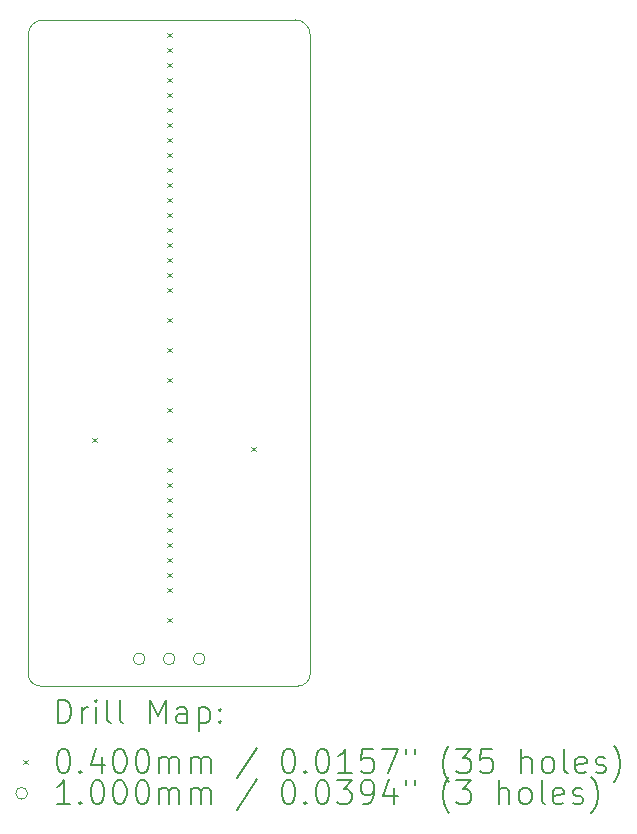
<source format=gbr>
%FSLAX45Y45*%
G04 Gerber Fmt 4.5, Leading zero omitted, Abs format (unit mm)*
G04 Created by KiCad (PCBNEW (6.0.4-0)) date 2022-11-11 17:00:13*
%MOMM*%
%LPD*%
G01*
G04 APERTURE LIST*
%TA.AperFunction,Profile*%
%ADD10C,0.100000*%
%TD*%
%ADD11C,0.200000*%
%ADD12C,0.040000*%
%ADD13C,0.100000*%
G04 APERTURE END LIST*
D10*
X16687800Y-11379200D02*
X16687800Y-5969000D01*
X16560800Y-5842000D02*
X14427200Y-5842000D01*
X14401800Y-11480800D02*
X16586200Y-11480800D01*
X14300200Y-11379200D02*
G75*
G03*
X14401800Y-11480800I101600J0D01*
G01*
X16586200Y-11480800D02*
G75*
G03*
X16687800Y-11379200I0J101600D01*
G01*
X16687800Y-5969000D02*
G75*
G03*
X16560800Y-5842000I-127000J0D01*
G01*
X14427200Y-5842000D02*
G75*
G03*
X14300200Y-5969000I0J-127000D01*
G01*
X14300200Y-5969000D02*
X14300200Y-11379200D01*
D11*
D12*
X14839000Y-9378000D02*
X14879000Y-9418000D01*
X14879000Y-9378000D02*
X14839000Y-9418000D01*
X15474000Y-5949000D02*
X15514000Y-5989000D01*
X15514000Y-5949000D02*
X15474000Y-5989000D01*
X15474000Y-6076000D02*
X15514000Y-6116000D01*
X15514000Y-6076000D02*
X15474000Y-6116000D01*
X15474000Y-6203000D02*
X15514000Y-6243000D01*
X15514000Y-6203000D02*
X15474000Y-6243000D01*
X15474000Y-6330000D02*
X15514000Y-6370000D01*
X15514000Y-6330000D02*
X15474000Y-6370000D01*
X15474000Y-6457000D02*
X15514000Y-6497000D01*
X15514000Y-6457000D02*
X15474000Y-6497000D01*
X15474000Y-6584000D02*
X15514000Y-6624000D01*
X15514000Y-6584000D02*
X15474000Y-6624000D01*
X15474000Y-6711000D02*
X15514000Y-6751000D01*
X15514000Y-6711000D02*
X15474000Y-6751000D01*
X15474000Y-6838000D02*
X15514000Y-6878000D01*
X15514000Y-6838000D02*
X15474000Y-6878000D01*
X15474000Y-6965000D02*
X15514000Y-7005000D01*
X15514000Y-6965000D02*
X15474000Y-7005000D01*
X15474000Y-7092000D02*
X15514000Y-7132000D01*
X15514000Y-7092000D02*
X15474000Y-7132000D01*
X15474000Y-7219000D02*
X15514000Y-7259000D01*
X15514000Y-7219000D02*
X15474000Y-7259000D01*
X15474000Y-7346000D02*
X15514000Y-7386000D01*
X15514000Y-7346000D02*
X15474000Y-7386000D01*
X15474000Y-7473000D02*
X15514000Y-7513000D01*
X15514000Y-7473000D02*
X15474000Y-7513000D01*
X15474000Y-7600000D02*
X15514000Y-7640000D01*
X15514000Y-7600000D02*
X15474000Y-7640000D01*
X15474000Y-7727000D02*
X15514000Y-7767000D01*
X15514000Y-7727000D02*
X15474000Y-7767000D01*
X15474000Y-7854000D02*
X15514000Y-7894000D01*
X15514000Y-7854000D02*
X15474000Y-7894000D01*
X15474000Y-7981000D02*
X15514000Y-8021000D01*
X15514000Y-7981000D02*
X15474000Y-8021000D01*
X15474000Y-8108000D02*
X15514000Y-8148000D01*
X15514000Y-8108000D02*
X15474000Y-8148000D01*
X15474000Y-8362000D02*
X15514000Y-8402000D01*
X15514000Y-8362000D02*
X15474000Y-8402000D01*
X15474000Y-8616000D02*
X15514000Y-8656000D01*
X15514000Y-8616000D02*
X15474000Y-8656000D01*
X15474000Y-8870000D02*
X15514000Y-8910000D01*
X15514000Y-8870000D02*
X15474000Y-8910000D01*
X15474000Y-9124000D02*
X15514000Y-9164000D01*
X15514000Y-9124000D02*
X15474000Y-9164000D01*
X15474000Y-9378000D02*
X15514000Y-9418000D01*
X15514000Y-9378000D02*
X15474000Y-9418000D01*
X15474000Y-9632000D02*
X15514000Y-9672000D01*
X15514000Y-9632000D02*
X15474000Y-9672000D01*
X15474000Y-9759000D02*
X15514000Y-9799000D01*
X15514000Y-9759000D02*
X15474000Y-9799000D01*
X15474000Y-9886000D02*
X15514000Y-9926000D01*
X15514000Y-9886000D02*
X15474000Y-9926000D01*
X15474000Y-10013000D02*
X15514000Y-10053000D01*
X15514000Y-10013000D02*
X15474000Y-10053000D01*
X15474000Y-10140000D02*
X15514000Y-10180000D01*
X15514000Y-10140000D02*
X15474000Y-10180000D01*
X15474000Y-10267000D02*
X15514000Y-10307000D01*
X15514000Y-10267000D02*
X15474000Y-10307000D01*
X15474000Y-10394000D02*
X15514000Y-10434000D01*
X15514000Y-10394000D02*
X15474000Y-10434000D01*
X15474000Y-10521000D02*
X15514000Y-10561000D01*
X15514000Y-10521000D02*
X15474000Y-10561000D01*
X15474000Y-10648000D02*
X15514000Y-10688000D01*
X15514000Y-10648000D02*
X15474000Y-10688000D01*
X15474000Y-10902000D02*
X15514000Y-10942000D01*
X15514000Y-10902000D02*
X15474000Y-10942000D01*
X16185200Y-9454200D02*
X16225200Y-9494200D01*
X16225200Y-9454200D02*
X16185200Y-9494200D01*
D13*
X15290000Y-11252200D02*
G75*
G03*
X15290000Y-11252200I-50000J0D01*
G01*
X15544000Y-11252200D02*
G75*
G03*
X15544000Y-11252200I-50000J0D01*
G01*
X15798000Y-11252200D02*
G75*
G03*
X15798000Y-11252200I-50000J0D01*
G01*
D11*
X14552819Y-11796276D02*
X14552819Y-11596276D01*
X14600438Y-11596276D01*
X14629009Y-11605800D01*
X14648057Y-11624848D01*
X14657581Y-11643895D01*
X14667105Y-11681990D01*
X14667105Y-11710562D01*
X14657581Y-11748657D01*
X14648057Y-11767705D01*
X14629009Y-11786752D01*
X14600438Y-11796276D01*
X14552819Y-11796276D01*
X14752819Y-11796276D02*
X14752819Y-11662943D01*
X14752819Y-11701038D02*
X14762343Y-11681990D01*
X14771867Y-11672467D01*
X14790914Y-11662943D01*
X14809962Y-11662943D01*
X14876628Y-11796276D02*
X14876628Y-11662943D01*
X14876628Y-11596276D02*
X14867105Y-11605800D01*
X14876628Y-11615324D01*
X14886152Y-11605800D01*
X14876628Y-11596276D01*
X14876628Y-11615324D01*
X15000438Y-11796276D02*
X14981390Y-11786752D01*
X14971867Y-11767705D01*
X14971867Y-11596276D01*
X15105200Y-11796276D02*
X15086152Y-11786752D01*
X15076628Y-11767705D01*
X15076628Y-11596276D01*
X15333771Y-11796276D02*
X15333771Y-11596276D01*
X15400438Y-11739133D01*
X15467105Y-11596276D01*
X15467105Y-11796276D01*
X15648057Y-11796276D02*
X15648057Y-11691514D01*
X15638533Y-11672467D01*
X15619486Y-11662943D01*
X15581390Y-11662943D01*
X15562343Y-11672467D01*
X15648057Y-11786752D02*
X15629009Y-11796276D01*
X15581390Y-11796276D01*
X15562343Y-11786752D01*
X15552819Y-11767705D01*
X15552819Y-11748657D01*
X15562343Y-11729609D01*
X15581390Y-11720086D01*
X15629009Y-11720086D01*
X15648057Y-11710562D01*
X15743295Y-11662943D02*
X15743295Y-11862943D01*
X15743295Y-11672467D02*
X15762343Y-11662943D01*
X15800438Y-11662943D01*
X15819486Y-11672467D01*
X15829009Y-11681990D01*
X15838533Y-11701038D01*
X15838533Y-11758181D01*
X15829009Y-11777228D01*
X15819486Y-11786752D01*
X15800438Y-11796276D01*
X15762343Y-11796276D01*
X15743295Y-11786752D01*
X15924248Y-11777228D02*
X15933771Y-11786752D01*
X15924248Y-11796276D01*
X15914724Y-11786752D01*
X15924248Y-11777228D01*
X15924248Y-11796276D01*
X15924248Y-11672467D02*
X15933771Y-11681990D01*
X15924248Y-11691514D01*
X15914724Y-11681990D01*
X15924248Y-11672467D01*
X15924248Y-11691514D01*
D12*
X14255200Y-12105800D02*
X14295200Y-12145800D01*
X14295200Y-12105800D02*
X14255200Y-12145800D01*
D11*
X14590914Y-12016276D02*
X14609962Y-12016276D01*
X14629009Y-12025800D01*
X14638533Y-12035324D01*
X14648057Y-12054371D01*
X14657581Y-12092467D01*
X14657581Y-12140086D01*
X14648057Y-12178181D01*
X14638533Y-12197228D01*
X14629009Y-12206752D01*
X14609962Y-12216276D01*
X14590914Y-12216276D01*
X14571867Y-12206752D01*
X14562343Y-12197228D01*
X14552819Y-12178181D01*
X14543295Y-12140086D01*
X14543295Y-12092467D01*
X14552819Y-12054371D01*
X14562343Y-12035324D01*
X14571867Y-12025800D01*
X14590914Y-12016276D01*
X14743295Y-12197228D02*
X14752819Y-12206752D01*
X14743295Y-12216276D01*
X14733771Y-12206752D01*
X14743295Y-12197228D01*
X14743295Y-12216276D01*
X14924248Y-12082943D02*
X14924248Y-12216276D01*
X14876628Y-12006752D02*
X14829009Y-12149609D01*
X14952819Y-12149609D01*
X15067105Y-12016276D02*
X15086152Y-12016276D01*
X15105200Y-12025800D01*
X15114724Y-12035324D01*
X15124248Y-12054371D01*
X15133771Y-12092467D01*
X15133771Y-12140086D01*
X15124248Y-12178181D01*
X15114724Y-12197228D01*
X15105200Y-12206752D01*
X15086152Y-12216276D01*
X15067105Y-12216276D01*
X15048057Y-12206752D01*
X15038533Y-12197228D01*
X15029009Y-12178181D01*
X15019486Y-12140086D01*
X15019486Y-12092467D01*
X15029009Y-12054371D01*
X15038533Y-12035324D01*
X15048057Y-12025800D01*
X15067105Y-12016276D01*
X15257581Y-12016276D02*
X15276628Y-12016276D01*
X15295676Y-12025800D01*
X15305200Y-12035324D01*
X15314724Y-12054371D01*
X15324248Y-12092467D01*
X15324248Y-12140086D01*
X15314724Y-12178181D01*
X15305200Y-12197228D01*
X15295676Y-12206752D01*
X15276628Y-12216276D01*
X15257581Y-12216276D01*
X15238533Y-12206752D01*
X15229009Y-12197228D01*
X15219486Y-12178181D01*
X15209962Y-12140086D01*
X15209962Y-12092467D01*
X15219486Y-12054371D01*
X15229009Y-12035324D01*
X15238533Y-12025800D01*
X15257581Y-12016276D01*
X15409962Y-12216276D02*
X15409962Y-12082943D01*
X15409962Y-12101990D02*
X15419486Y-12092467D01*
X15438533Y-12082943D01*
X15467105Y-12082943D01*
X15486152Y-12092467D01*
X15495676Y-12111514D01*
X15495676Y-12216276D01*
X15495676Y-12111514D02*
X15505200Y-12092467D01*
X15524248Y-12082943D01*
X15552819Y-12082943D01*
X15571867Y-12092467D01*
X15581390Y-12111514D01*
X15581390Y-12216276D01*
X15676628Y-12216276D02*
X15676628Y-12082943D01*
X15676628Y-12101990D02*
X15686152Y-12092467D01*
X15705200Y-12082943D01*
X15733771Y-12082943D01*
X15752819Y-12092467D01*
X15762343Y-12111514D01*
X15762343Y-12216276D01*
X15762343Y-12111514D02*
X15771867Y-12092467D01*
X15790914Y-12082943D01*
X15819486Y-12082943D01*
X15838533Y-12092467D01*
X15848057Y-12111514D01*
X15848057Y-12216276D01*
X16238533Y-12006752D02*
X16067105Y-12263895D01*
X16495676Y-12016276D02*
X16514724Y-12016276D01*
X16533771Y-12025800D01*
X16543295Y-12035324D01*
X16552819Y-12054371D01*
X16562343Y-12092467D01*
X16562343Y-12140086D01*
X16552819Y-12178181D01*
X16543295Y-12197228D01*
X16533771Y-12206752D01*
X16514724Y-12216276D01*
X16495676Y-12216276D01*
X16476628Y-12206752D01*
X16467105Y-12197228D01*
X16457581Y-12178181D01*
X16448057Y-12140086D01*
X16448057Y-12092467D01*
X16457581Y-12054371D01*
X16467105Y-12035324D01*
X16476628Y-12025800D01*
X16495676Y-12016276D01*
X16648057Y-12197228D02*
X16657581Y-12206752D01*
X16648057Y-12216276D01*
X16638533Y-12206752D01*
X16648057Y-12197228D01*
X16648057Y-12216276D01*
X16781390Y-12016276D02*
X16800438Y-12016276D01*
X16819486Y-12025800D01*
X16829010Y-12035324D01*
X16838533Y-12054371D01*
X16848057Y-12092467D01*
X16848057Y-12140086D01*
X16838533Y-12178181D01*
X16829010Y-12197228D01*
X16819486Y-12206752D01*
X16800438Y-12216276D01*
X16781390Y-12216276D01*
X16762343Y-12206752D01*
X16752819Y-12197228D01*
X16743295Y-12178181D01*
X16733771Y-12140086D01*
X16733771Y-12092467D01*
X16743295Y-12054371D01*
X16752819Y-12035324D01*
X16762343Y-12025800D01*
X16781390Y-12016276D01*
X17038533Y-12216276D02*
X16924248Y-12216276D01*
X16981390Y-12216276D02*
X16981390Y-12016276D01*
X16962343Y-12044848D01*
X16943295Y-12063895D01*
X16924248Y-12073419D01*
X17219486Y-12016276D02*
X17124248Y-12016276D01*
X17114724Y-12111514D01*
X17124248Y-12101990D01*
X17143295Y-12092467D01*
X17190914Y-12092467D01*
X17209962Y-12101990D01*
X17219486Y-12111514D01*
X17229010Y-12130562D01*
X17229010Y-12178181D01*
X17219486Y-12197228D01*
X17209962Y-12206752D01*
X17190914Y-12216276D01*
X17143295Y-12216276D01*
X17124248Y-12206752D01*
X17114724Y-12197228D01*
X17295676Y-12016276D02*
X17429010Y-12016276D01*
X17343295Y-12216276D01*
X17495676Y-12016276D02*
X17495676Y-12054371D01*
X17571867Y-12016276D02*
X17571867Y-12054371D01*
X17867105Y-12292467D02*
X17857581Y-12282943D01*
X17838533Y-12254371D01*
X17829010Y-12235324D01*
X17819486Y-12206752D01*
X17809962Y-12159133D01*
X17809962Y-12121038D01*
X17819486Y-12073419D01*
X17829010Y-12044848D01*
X17838533Y-12025800D01*
X17857581Y-11997228D01*
X17867105Y-11987705D01*
X17924248Y-12016276D02*
X18048057Y-12016276D01*
X17981390Y-12092467D01*
X18009962Y-12092467D01*
X18029010Y-12101990D01*
X18038533Y-12111514D01*
X18048057Y-12130562D01*
X18048057Y-12178181D01*
X18038533Y-12197228D01*
X18029010Y-12206752D01*
X18009962Y-12216276D01*
X17952819Y-12216276D01*
X17933771Y-12206752D01*
X17924248Y-12197228D01*
X18229010Y-12016276D02*
X18133771Y-12016276D01*
X18124248Y-12111514D01*
X18133771Y-12101990D01*
X18152819Y-12092467D01*
X18200438Y-12092467D01*
X18219486Y-12101990D01*
X18229010Y-12111514D01*
X18238533Y-12130562D01*
X18238533Y-12178181D01*
X18229010Y-12197228D01*
X18219486Y-12206752D01*
X18200438Y-12216276D01*
X18152819Y-12216276D01*
X18133771Y-12206752D01*
X18124248Y-12197228D01*
X18476629Y-12216276D02*
X18476629Y-12016276D01*
X18562343Y-12216276D02*
X18562343Y-12111514D01*
X18552819Y-12092467D01*
X18533771Y-12082943D01*
X18505200Y-12082943D01*
X18486152Y-12092467D01*
X18476629Y-12101990D01*
X18686152Y-12216276D02*
X18667105Y-12206752D01*
X18657581Y-12197228D01*
X18648057Y-12178181D01*
X18648057Y-12121038D01*
X18657581Y-12101990D01*
X18667105Y-12092467D01*
X18686152Y-12082943D01*
X18714724Y-12082943D01*
X18733771Y-12092467D01*
X18743295Y-12101990D01*
X18752819Y-12121038D01*
X18752819Y-12178181D01*
X18743295Y-12197228D01*
X18733771Y-12206752D01*
X18714724Y-12216276D01*
X18686152Y-12216276D01*
X18867105Y-12216276D02*
X18848057Y-12206752D01*
X18838533Y-12187705D01*
X18838533Y-12016276D01*
X19019486Y-12206752D02*
X19000438Y-12216276D01*
X18962343Y-12216276D01*
X18943295Y-12206752D01*
X18933771Y-12187705D01*
X18933771Y-12111514D01*
X18943295Y-12092467D01*
X18962343Y-12082943D01*
X19000438Y-12082943D01*
X19019486Y-12092467D01*
X19029010Y-12111514D01*
X19029010Y-12130562D01*
X18933771Y-12149609D01*
X19105200Y-12206752D02*
X19124248Y-12216276D01*
X19162343Y-12216276D01*
X19181390Y-12206752D01*
X19190914Y-12187705D01*
X19190914Y-12178181D01*
X19181390Y-12159133D01*
X19162343Y-12149609D01*
X19133771Y-12149609D01*
X19114724Y-12140086D01*
X19105200Y-12121038D01*
X19105200Y-12111514D01*
X19114724Y-12092467D01*
X19133771Y-12082943D01*
X19162343Y-12082943D01*
X19181390Y-12092467D01*
X19257581Y-12292467D02*
X19267105Y-12282943D01*
X19286152Y-12254371D01*
X19295676Y-12235324D01*
X19305200Y-12206752D01*
X19314724Y-12159133D01*
X19314724Y-12121038D01*
X19305200Y-12073419D01*
X19295676Y-12044848D01*
X19286152Y-12025800D01*
X19267105Y-11997228D01*
X19257581Y-11987705D01*
D13*
X14295200Y-12389800D02*
G75*
G03*
X14295200Y-12389800I-50000J0D01*
G01*
D11*
X14657581Y-12480276D02*
X14543295Y-12480276D01*
X14600438Y-12480276D02*
X14600438Y-12280276D01*
X14581390Y-12308848D01*
X14562343Y-12327895D01*
X14543295Y-12337419D01*
X14743295Y-12461228D02*
X14752819Y-12470752D01*
X14743295Y-12480276D01*
X14733771Y-12470752D01*
X14743295Y-12461228D01*
X14743295Y-12480276D01*
X14876628Y-12280276D02*
X14895676Y-12280276D01*
X14914724Y-12289800D01*
X14924248Y-12299324D01*
X14933771Y-12318371D01*
X14943295Y-12356467D01*
X14943295Y-12404086D01*
X14933771Y-12442181D01*
X14924248Y-12461228D01*
X14914724Y-12470752D01*
X14895676Y-12480276D01*
X14876628Y-12480276D01*
X14857581Y-12470752D01*
X14848057Y-12461228D01*
X14838533Y-12442181D01*
X14829009Y-12404086D01*
X14829009Y-12356467D01*
X14838533Y-12318371D01*
X14848057Y-12299324D01*
X14857581Y-12289800D01*
X14876628Y-12280276D01*
X15067105Y-12280276D02*
X15086152Y-12280276D01*
X15105200Y-12289800D01*
X15114724Y-12299324D01*
X15124248Y-12318371D01*
X15133771Y-12356467D01*
X15133771Y-12404086D01*
X15124248Y-12442181D01*
X15114724Y-12461228D01*
X15105200Y-12470752D01*
X15086152Y-12480276D01*
X15067105Y-12480276D01*
X15048057Y-12470752D01*
X15038533Y-12461228D01*
X15029009Y-12442181D01*
X15019486Y-12404086D01*
X15019486Y-12356467D01*
X15029009Y-12318371D01*
X15038533Y-12299324D01*
X15048057Y-12289800D01*
X15067105Y-12280276D01*
X15257581Y-12280276D02*
X15276628Y-12280276D01*
X15295676Y-12289800D01*
X15305200Y-12299324D01*
X15314724Y-12318371D01*
X15324248Y-12356467D01*
X15324248Y-12404086D01*
X15314724Y-12442181D01*
X15305200Y-12461228D01*
X15295676Y-12470752D01*
X15276628Y-12480276D01*
X15257581Y-12480276D01*
X15238533Y-12470752D01*
X15229009Y-12461228D01*
X15219486Y-12442181D01*
X15209962Y-12404086D01*
X15209962Y-12356467D01*
X15219486Y-12318371D01*
X15229009Y-12299324D01*
X15238533Y-12289800D01*
X15257581Y-12280276D01*
X15409962Y-12480276D02*
X15409962Y-12346943D01*
X15409962Y-12365990D02*
X15419486Y-12356467D01*
X15438533Y-12346943D01*
X15467105Y-12346943D01*
X15486152Y-12356467D01*
X15495676Y-12375514D01*
X15495676Y-12480276D01*
X15495676Y-12375514D02*
X15505200Y-12356467D01*
X15524248Y-12346943D01*
X15552819Y-12346943D01*
X15571867Y-12356467D01*
X15581390Y-12375514D01*
X15581390Y-12480276D01*
X15676628Y-12480276D02*
X15676628Y-12346943D01*
X15676628Y-12365990D02*
X15686152Y-12356467D01*
X15705200Y-12346943D01*
X15733771Y-12346943D01*
X15752819Y-12356467D01*
X15762343Y-12375514D01*
X15762343Y-12480276D01*
X15762343Y-12375514D02*
X15771867Y-12356467D01*
X15790914Y-12346943D01*
X15819486Y-12346943D01*
X15838533Y-12356467D01*
X15848057Y-12375514D01*
X15848057Y-12480276D01*
X16238533Y-12270752D02*
X16067105Y-12527895D01*
X16495676Y-12280276D02*
X16514724Y-12280276D01*
X16533771Y-12289800D01*
X16543295Y-12299324D01*
X16552819Y-12318371D01*
X16562343Y-12356467D01*
X16562343Y-12404086D01*
X16552819Y-12442181D01*
X16543295Y-12461228D01*
X16533771Y-12470752D01*
X16514724Y-12480276D01*
X16495676Y-12480276D01*
X16476628Y-12470752D01*
X16467105Y-12461228D01*
X16457581Y-12442181D01*
X16448057Y-12404086D01*
X16448057Y-12356467D01*
X16457581Y-12318371D01*
X16467105Y-12299324D01*
X16476628Y-12289800D01*
X16495676Y-12280276D01*
X16648057Y-12461228D02*
X16657581Y-12470752D01*
X16648057Y-12480276D01*
X16638533Y-12470752D01*
X16648057Y-12461228D01*
X16648057Y-12480276D01*
X16781390Y-12280276D02*
X16800438Y-12280276D01*
X16819486Y-12289800D01*
X16829010Y-12299324D01*
X16838533Y-12318371D01*
X16848057Y-12356467D01*
X16848057Y-12404086D01*
X16838533Y-12442181D01*
X16829010Y-12461228D01*
X16819486Y-12470752D01*
X16800438Y-12480276D01*
X16781390Y-12480276D01*
X16762343Y-12470752D01*
X16752819Y-12461228D01*
X16743295Y-12442181D01*
X16733771Y-12404086D01*
X16733771Y-12356467D01*
X16743295Y-12318371D01*
X16752819Y-12299324D01*
X16762343Y-12289800D01*
X16781390Y-12280276D01*
X16914724Y-12280276D02*
X17038533Y-12280276D01*
X16971867Y-12356467D01*
X17000438Y-12356467D01*
X17019486Y-12365990D01*
X17029010Y-12375514D01*
X17038533Y-12394562D01*
X17038533Y-12442181D01*
X17029010Y-12461228D01*
X17019486Y-12470752D01*
X17000438Y-12480276D01*
X16943295Y-12480276D01*
X16924248Y-12470752D01*
X16914724Y-12461228D01*
X17133771Y-12480276D02*
X17171867Y-12480276D01*
X17190914Y-12470752D01*
X17200438Y-12461228D01*
X17219486Y-12432657D01*
X17229010Y-12394562D01*
X17229010Y-12318371D01*
X17219486Y-12299324D01*
X17209962Y-12289800D01*
X17190914Y-12280276D01*
X17152819Y-12280276D01*
X17133771Y-12289800D01*
X17124248Y-12299324D01*
X17114724Y-12318371D01*
X17114724Y-12365990D01*
X17124248Y-12385038D01*
X17133771Y-12394562D01*
X17152819Y-12404086D01*
X17190914Y-12404086D01*
X17209962Y-12394562D01*
X17219486Y-12385038D01*
X17229010Y-12365990D01*
X17400438Y-12346943D02*
X17400438Y-12480276D01*
X17352819Y-12270752D02*
X17305200Y-12413609D01*
X17429010Y-12413609D01*
X17495676Y-12280276D02*
X17495676Y-12318371D01*
X17571867Y-12280276D02*
X17571867Y-12318371D01*
X17867105Y-12556467D02*
X17857581Y-12546943D01*
X17838533Y-12518371D01*
X17829010Y-12499324D01*
X17819486Y-12470752D01*
X17809962Y-12423133D01*
X17809962Y-12385038D01*
X17819486Y-12337419D01*
X17829010Y-12308848D01*
X17838533Y-12289800D01*
X17857581Y-12261228D01*
X17867105Y-12251705D01*
X17924248Y-12280276D02*
X18048057Y-12280276D01*
X17981390Y-12356467D01*
X18009962Y-12356467D01*
X18029010Y-12365990D01*
X18038533Y-12375514D01*
X18048057Y-12394562D01*
X18048057Y-12442181D01*
X18038533Y-12461228D01*
X18029010Y-12470752D01*
X18009962Y-12480276D01*
X17952819Y-12480276D01*
X17933771Y-12470752D01*
X17924248Y-12461228D01*
X18286152Y-12480276D02*
X18286152Y-12280276D01*
X18371867Y-12480276D02*
X18371867Y-12375514D01*
X18362343Y-12356467D01*
X18343295Y-12346943D01*
X18314724Y-12346943D01*
X18295676Y-12356467D01*
X18286152Y-12365990D01*
X18495676Y-12480276D02*
X18476629Y-12470752D01*
X18467105Y-12461228D01*
X18457581Y-12442181D01*
X18457581Y-12385038D01*
X18467105Y-12365990D01*
X18476629Y-12356467D01*
X18495676Y-12346943D01*
X18524248Y-12346943D01*
X18543295Y-12356467D01*
X18552819Y-12365990D01*
X18562343Y-12385038D01*
X18562343Y-12442181D01*
X18552819Y-12461228D01*
X18543295Y-12470752D01*
X18524248Y-12480276D01*
X18495676Y-12480276D01*
X18676629Y-12480276D02*
X18657581Y-12470752D01*
X18648057Y-12451705D01*
X18648057Y-12280276D01*
X18829010Y-12470752D02*
X18809962Y-12480276D01*
X18771867Y-12480276D01*
X18752819Y-12470752D01*
X18743295Y-12451705D01*
X18743295Y-12375514D01*
X18752819Y-12356467D01*
X18771867Y-12346943D01*
X18809962Y-12346943D01*
X18829010Y-12356467D01*
X18838533Y-12375514D01*
X18838533Y-12394562D01*
X18743295Y-12413609D01*
X18914724Y-12470752D02*
X18933771Y-12480276D01*
X18971867Y-12480276D01*
X18990914Y-12470752D01*
X19000438Y-12451705D01*
X19000438Y-12442181D01*
X18990914Y-12423133D01*
X18971867Y-12413609D01*
X18943295Y-12413609D01*
X18924248Y-12404086D01*
X18914724Y-12385038D01*
X18914724Y-12375514D01*
X18924248Y-12356467D01*
X18943295Y-12346943D01*
X18971867Y-12346943D01*
X18990914Y-12356467D01*
X19067105Y-12556467D02*
X19076629Y-12546943D01*
X19095676Y-12518371D01*
X19105200Y-12499324D01*
X19114724Y-12470752D01*
X19124248Y-12423133D01*
X19124248Y-12385038D01*
X19114724Y-12337419D01*
X19105200Y-12308848D01*
X19095676Y-12289800D01*
X19076629Y-12261228D01*
X19067105Y-12251705D01*
M02*

</source>
